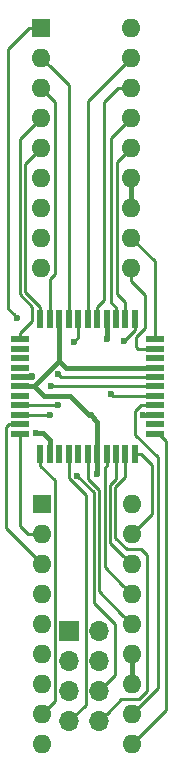
<source format=gtl>
G04 #@! TF.FileFunction,Copper,L1,Top,Signal*
%FSLAX46Y46*%
G04 Gerber Fmt 4.6, Leading zero omitted, Abs format (unit mm)*
G04 Created by KiCad (PCBNEW 4.0.7-e2-6376~58~ubuntu16.04.1) date Tue Jul  9 21:41:40 2024*
%MOMM*%
%LPD*%
G01*
G04 APERTURE LIST*
%ADD10C,0.100000*%
%ADD11R,1.700000X1.700000*%
%ADD12O,1.700000X1.700000*%
%ADD13R,1.600000X1.600000*%
%ADD14O,1.600000X1.600000*%
%ADD15R,0.550000X1.500000*%
%ADD16R,1.500000X0.550000*%
%ADD17C,0.600000*%
%ADD18C,0.400000*%
%ADD19C,0.250000*%
G04 APERTURE END LIST*
D10*
D11*
X154760000Y-115770000D03*
D12*
X157300000Y-115770000D03*
X154760000Y-118310000D03*
X157300000Y-118310000D03*
X154760000Y-120850000D03*
X157300000Y-120850000D03*
X154760000Y-123390000D03*
X157300000Y-123390000D03*
D13*
X152380000Y-64680000D03*
D14*
X160000000Y-85000000D03*
X152380000Y-67220000D03*
X160000000Y-82460000D03*
X152380000Y-69760000D03*
X160000000Y-79920000D03*
X152380000Y-72300000D03*
X160000000Y-77380000D03*
X152380000Y-74840000D03*
X160000000Y-74840000D03*
X152380000Y-77380000D03*
X160000000Y-72300000D03*
X152380000Y-79920000D03*
X160000000Y-69760000D03*
X152380000Y-82460000D03*
X160000000Y-67220000D03*
X152380000Y-85000000D03*
X160000000Y-64680000D03*
D13*
X152400000Y-105020000D03*
D14*
X160020000Y-125340000D03*
X152400000Y-107560000D03*
X160020000Y-122800000D03*
X152400000Y-110100000D03*
X160020000Y-120260000D03*
X152400000Y-112640000D03*
X160020000Y-117720000D03*
X152400000Y-115180000D03*
X160020000Y-115180000D03*
X152400000Y-117720000D03*
X160020000Y-112640000D03*
X152400000Y-120260000D03*
X160020000Y-110100000D03*
X152400000Y-122800000D03*
X160020000Y-107560000D03*
X152400000Y-125340000D03*
X160020000Y-105020000D03*
D15*
X160300000Y-89350000D03*
X159500000Y-89350000D03*
X158700000Y-89350000D03*
X157900000Y-89350000D03*
X157100000Y-89350000D03*
X156300000Y-89350000D03*
X155500000Y-89350000D03*
X154700000Y-89350000D03*
X153900000Y-89350000D03*
X153100000Y-89350000D03*
X152300000Y-89350000D03*
D16*
X150600000Y-91050000D03*
X150600000Y-91850000D03*
X150600000Y-92650000D03*
X150600000Y-93450000D03*
X150600000Y-94250000D03*
X150600000Y-95050000D03*
X150600000Y-95850000D03*
X150600000Y-96650000D03*
X150600000Y-97450000D03*
X150600000Y-98250000D03*
X150600000Y-99050000D03*
D15*
X152300000Y-100750000D03*
X153100000Y-100750000D03*
X153900000Y-100750000D03*
X154700000Y-100750000D03*
X155500000Y-100750000D03*
X156300000Y-100750000D03*
X157100000Y-100750000D03*
X157900000Y-100750000D03*
X158700000Y-100750000D03*
X159500000Y-100750000D03*
X160300000Y-100750000D03*
D16*
X162000000Y-99050000D03*
X162000000Y-98250000D03*
X162000000Y-97450000D03*
X162000000Y-96650000D03*
X162000000Y-95850000D03*
X162000000Y-95050000D03*
X162000000Y-94250000D03*
X162000000Y-93450000D03*
X162000000Y-92650000D03*
X162000000Y-91850000D03*
X162000000Y-91050000D03*
D17*
X157100000Y-102500000D03*
X156550000Y-97500000D03*
X157900000Y-91050000D03*
X160950000Y-97450000D03*
X151950000Y-99000000D03*
X151600000Y-94200000D03*
X159350000Y-91200000D03*
X155150000Y-91250000D03*
X155400000Y-102600000D03*
X150350010Y-89256581D03*
X153789329Y-94000635D03*
X153200000Y-95050000D03*
X153150000Y-97450000D03*
X153800000Y-96650000D03*
X158270368Y-95675010D03*
D18*
X157100000Y-100750000D02*
X157100000Y-102500000D01*
X152600000Y-95900000D02*
X154825000Y-95900000D01*
X154825000Y-95900000D02*
X156425000Y-97500000D01*
X156425000Y-97500000D02*
X156550000Y-97500000D01*
X151750000Y-95050000D02*
X152600000Y-95900000D01*
X157100000Y-100750000D02*
X157100000Y-98050000D01*
X157100000Y-98050000D02*
X156550000Y-97500000D01*
X153900000Y-92900000D02*
X154450000Y-93450000D01*
X154450000Y-93450000D02*
X162000000Y-93450000D01*
X153900000Y-90500000D02*
X153900000Y-89350000D01*
X153900000Y-92900000D02*
X153900000Y-90500000D01*
X150600000Y-95050000D02*
X151750000Y-95050000D01*
X151750000Y-95050000D02*
X153900000Y-92900000D01*
X157900000Y-89350000D02*
X157900000Y-91050000D01*
X162000000Y-97450000D02*
X160950000Y-97450000D01*
X151950000Y-99000000D02*
X152500000Y-99000000D01*
X152500000Y-99000000D02*
X153100000Y-99600000D01*
X153100000Y-99600000D02*
X153100000Y-100750000D01*
X150600000Y-94250000D02*
X151550000Y-94250000D01*
X151550000Y-94250000D02*
X151600000Y-94200000D01*
X160000000Y-77380000D02*
X160000000Y-79920000D01*
X160020000Y-117720000D02*
X160020000Y-120260000D01*
D19*
X159350000Y-91200000D02*
X160300000Y-90250000D01*
X160300000Y-90250000D02*
X160300000Y-89350000D01*
X155400000Y-102600000D02*
X156800000Y-104000000D01*
X156800000Y-104000000D02*
X156800000Y-113350000D01*
X156800000Y-113350000D02*
X158650000Y-115200000D01*
X158650000Y-115200000D02*
X158650000Y-119500000D01*
X158650000Y-119500000D02*
X157300000Y-120850000D01*
X155150000Y-91250000D02*
X155500000Y-90900000D01*
X155500000Y-90900000D02*
X155500000Y-89350000D01*
X154700000Y-101750000D02*
X154700000Y-100750000D01*
X154700000Y-102825004D02*
X154700000Y-101750000D01*
X156124999Y-104250003D02*
X154700000Y-102825004D01*
X156124999Y-122025001D02*
X156124999Y-104250003D01*
X154760000Y-123390000D02*
X156124999Y-122025001D01*
X159500000Y-101750000D02*
X159500000Y-100750000D01*
X159500000Y-102750000D02*
X159500000Y-101750000D01*
X159140000Y-121550000D02*
X160633589Y-121550000D01*
X158650000Y-107855002D02*
X158650000Y-103600000D01*
X159644998Y-108850000D02*
X158650000Y-107855002D01*
X160850000Y-108850000D02*
X159644998Y-108850000D01*
X161350000Y-109350000D02*
X160850000Y-108850000D01*
X161350000Y-120833589D02*
X161350000Y-109350000D01*
X158650000Y-103600000D02*
X159500000Y-102750000D01*
X160633589Y-121550000D02*
X161350000Y-120833589D01*
X158000000Y-122690000D02*
X159140000Y-121550000D01*
X158000000Y-122690000D02*
X158149999Y-122540001D01*
X157300000Y-123390000D02*
X158000000Y-122690000D01*
X149568283Y-88474854D02*
X150050011Y-88956582D01*
X151330000Y-64680000D02*
X149568283Y-66441717D01*
X152380000Y-64680000D02*
X151330000Y-64680000D01*
X149568283Y-66441717D02*
X149568283Y-88474854D01*
X150050011Y-88956582D02*
X150350010Y-89256581D01*
X154038694Y-94250000D02*
X153789329Y-94000635D01*
X162000000Y-94250000D02*
X154038694Y-94250000D01*
X160400000Y-91700000D02*
X160550000Y-91850000D01*
X160550000Y-91850000D02*
X162000000Y-91850000D01*
X160400000Y-90850000D02*
X160400000Y-91700000D01*
X160800000Y-90450000D02*
X160400000Y-90850000D01*
X160810002Y-90450000D02*
X160800000Y-90450000D01*
X161150000Y-87281370D02*
X161150000Y-90110002D01*
X161150000Y-90110002D02*
X160810002Y-90450000D01*
X160000000Y-85000000D02*
X160000000Y-86131370D01*
X160000000Y-86131370D02*
X161150000Y-87281370D01*
X154700000Y-89350000D02*
X154700000Y-69550000D01*
X152380000Y-67220000D02*
X153179999Y-68019999D01*
X153179999Y-68019999D02*
X153179999Y-68029999D01*
X153179999Y-68029999D02*
X154700000Y-69550000D01*
X162000000Y-91050000D02*
X162000000Y-84460000D01*
X162000000Y-84460000D02*
X160000000Y-82460000D01*
X153550000Y-85495002D02*
X153550000Y-70930000D01*
X153550000Y-70930000D02*
X152380000Y-69760000D01*
X153100000Y-89350000D02*
X153100000Y-85945002D01*
X153100000Y-85945002D02*
X153550000Y-85495002D01*
X151580001Y-73099999D02*
X152380000Y-72300000D01*
X151600000Y-89525000D02*
X151600000Y-88286411D01*
X150549989Y-74130011D02*
X151580001Y-73099999D01*
X150600000Y-90525000D02*
X151600000Y-89525000D01*
X151600000Y-88286411D02*
X150549989Y-87236400D01*
X150549989Y-87236400D02*
X150549989Y-74130011D01*
X150600000Y-91050000D02*
X150600000Y-90525000D01*
X151000000Y-87050000D02*
X151000000Y-76220000D01*
X151000000Y-76220000D02*
X152380000Y-74840000D01*
X152300000Y-89350000D02*
X152300000Y-88350000D01*
X152300000Y-88350000D02*
X151000000Y-87050000D01*
X158800000Y-87200000D02*
X159500000Y-87900000D01*
X159500000Y-87900000D02*
X159500000Y-89350000D01*
X158800000Y-76040000D02*
X158800000Y-87200000D01*
X160000000Y-74840000D02*
X158800000Y-76040000D01*
X158300000Y-87950000D02*
X158300000Y-74000000D01*
X158300000Y-74000000D02*
X160000000Y-72300000D01*
X158700000Y-89350000D02*
X158700000Y-88350000D01*
X158700000Y-88350000D02*
X158300000Y-87950000D01*
X160000000Y-69760000D02*
X158868630Y-69760000D01*
X158868630Y-69760000D02*
X157700000Y-70928630D01*
X157700000Y-70928630D02*
X157700000Y-87750000D01*
X157700000Y-87750000D02*
X157100000Y-88350000D01*
X157100000Y-88350000D02*
X157100000Y-89350000D01*
X153200000Y-95050000D02*
X162000000Y-95050000D01*
X156300000Y-71150000D02*
X156300000Y-89350000D01*
X160000000Y-67220000D02*
X156300000Y-70920000D01*
X156300000Y-70920000D02*
X156300000Y-71150000D01*
X162950000Y-99650000D02*
X162950000Y-122410000D01*
X162950000Y-122410000D02*
X160020000Y-125340000D01*
X162350000Y-99050000D02*
X162950000Y-99650000D01*
X162000000Y-99050000D02*
X162350000Y-99050000D01*
X150600000Y-105950000D02*
X150600000Y-99050000D01*
X152400000Y-107560000D02*
X151268630Y-107560000D01*
X151268630Y-107560000D02*
X150600000Y-106891370D01*
X150600000Y-106891370D02*
X150600000Y-105950000D01*
X162250000Y-120570000D02*
X160819999Y-122000001D01*
X162250000Y-101050000D02*
X162250000Y-120570000D01*
X160324998Y-99124998D02*
X162250000Y-101050000D01*
X160324998Y-97149998D02*
X160324998Y-99124998D01*
X160824996Y-96650000D02*
X160324998Y-97149998D01*
X160819999Y-122000001D02*
X160020000Y-122800000D01*
X162000000Y-96650000D02*
X160824996Y-96650000D01*
X149350000Y-98500000D02*
X149350000Y-107050000D01*
X149350000Y-107050000D02*
X152400000Y-110100000D01*
X150600000Y-98250000D02*
X149600000Y-98250000D01*
X149600000Y-98250000D02*
X149350000Y-98500000D01*
X150600000Y-97450000D02*
X153150000Y-97450000D01*
X150600000Y-96650000D02*
X153800000Y-96650000D01*
X157250011Y-112410011D02*
X159220001Y-114380001D01*
X157250011Y-103813600D02*
X157250011Y-112410011D01*
X156300000Y-102863589D02*
X157250011Y-103813600D01*
X156300000Y-100750000D02*
X156300000Y-102863589D01*
X159220001Y-114380001D02*
X160020000Y-115180000D01*
X157749978Y-101900022D02*
X157749978Y-110369978D01*
X159220001Y-111840001D02*
X160020000Y-112640000D01*
X157900000Y-101750000D02*
X157749978Y-101900022D01*
X157900000Y-100750000D02*
X157900000Y-101750000D01*
X157749978Y-110369978D02*
X159220001Y-111840001D01*
X158199989Y-108279989D02*
X159220001Y-109300001D01*
X158199989Y-103413600D02*
X158199989Y-108279989D01*
X159220001Y-109300001D02*
X160020000Y-110100000D01*
X158700000Y-100750000D02*
X158700000Y-102913590D01*
X158700000Y-102913590D02*
X158199989Y-103413600D01*
X153550000Y-103000000D02*
X153550000Y-121650000D01*
X153550000Y-121650000D02*
X152400000Y-122800000D01*
X152300000Y-100750000D02*
X152300000Y-101750000D01*
X152300000Y-101750000D02*
X153550000Y-103000000D01*
X161750000Y-101675000D02*
X161750000Y-105830000D01*
X161750000Y-105830000D02*
X160020000Y-107560000D01*
X160300000Y-100750000D02*
X160825000Y-100750000D01*
X160825000Y-100750000D02*
X161750000Y-101675000D01*
X158445358Y-95850000D02*
X158270368Y-95675010D01*
X162000000Y-95850000D02*
X158445358Y-95850000D01*
M02*

</source>
